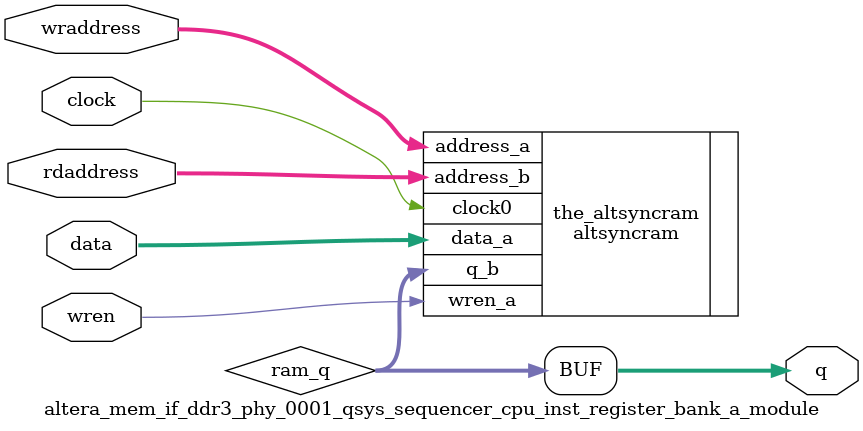
<source format=v>
module altera_mem_if_ddr3_phy_0001_qsys_sequencer_cpu_inst_register_bank_a_module (
                                                                                    // inputs:
                                                                                     clock,
                                                                                     data,
                                                                                     rdaddress,
                                                                                     wraddress,
                                                                                     wren,
                                                                                    // outputs:
                                                                                     q
                                                                                  )
;
  parameter lpm_file = "UNUSED";
  output  [ 31: 0] q;
  input            clock;
  input   [ 31: 0] data;
  input   [  4: 0] rdaddress;
  input   [  4: 0] wraddress;
  input            wren;
  wire    [ 31: 0] q;
  wire    [ 31: 0] ram_q;
  assign q = ram_q;
  altsyncram the_altsyncram
    (
      .address_a (wraddress),
      .address_b (rdaddress),
      .clock0 (clock),
      .data_a (data),
      .q_b (ram_q),
      .wren_a (wren)
    );
  defparam the_altsyncram.address_reg_b = "CLOCK0",
           the_altsyncram.init_file = lpm_file,
           the_altsyncram.maximum_depth = 0,
           the_altsyncram.numwords_a = 32,
           the_altsyncram.numwords_b = 32,
           the_altsyncram.operation_mode = "DUAL_PORT",
           the_altsyncram.outdata_reg_b = "UNREGISTERED",
           the_altsyncram.ram_block_type = "AUTO",
           the_altsyncram.rdcontrol_reg_b = "CLOCK0",
           the_altsyncram.read_during_write_mode_mixed_ports = "DONT_CARE",
           the_altsyncram.width_a = 32,
           the_altsyncram.width_b = 32,
           the_altsyncram.widthad_a = 5,
           the_altsyncram.widthad_b = 5;
endmodule
</source>
